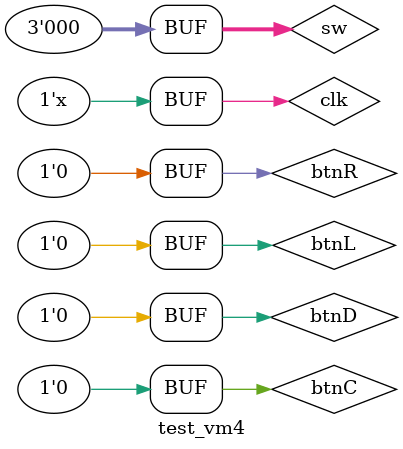
<source format=v>
`timescale 1ns / 1ps

module test_vm4();
    //Signal Declarations - Feel free to modify the signal names as you wish.
    wire [8:6] led;
    wire [6:0] seg;
    wire [3:0] an;
    wire dp;
    reg clk;
    reg [8:6] sw;
    reg btnR;
    reg btnD;
    reg btnL;
    reg btnC;
    
    //DUT instantiation - Modify this code block according to your design
    vm vm_template(
        .seg(seg),
        .led(led),
        .an(an),
        .dp(dp),
        .clk(clk),
        .sw(sw),
        .btnR(btnR),
        .btnD(btnD),
        .btnL(btnL),
        .btnC(btnC)
    );
    
    //Clock Creation: 100 MHz
    initial clk = 0;
    always #5 clk = ~clk;
    
    //Test Pattern Creation - You may modify this code and add more test cases.
    initial
    begin
        sw = 3'b000; btnR = 0; btnD = 0; btnL = 0; btnC = 0; //Initial input values
        #400 btnD = 1; //Insert $1; Total = $1.00
        #40 btnD = 0;
        #125 btnD = 1; //Insert $1; Total = $1.00
        #10 btnD = 0;
        #120 btnR = 1;
        #40 btnR = 0;
        #100 btnR = 1; //Insert $1; Total = $1.00
        #10 btnR = 0;
        
    end
    
endmodule

</source>
